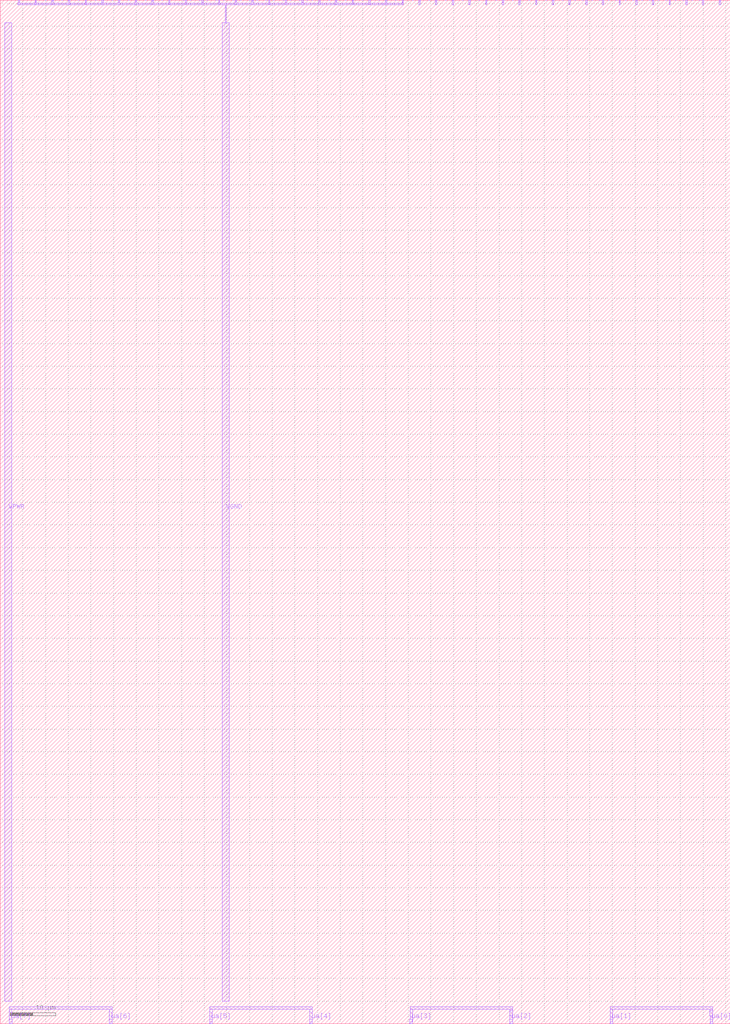
<source format=lef>
VERSION 5.7 ;
  NOWIREEXTENSIONATPIN ON ;
  DIVIDERCHAR "/" ;
  BUSBITCHARS "[]" ;
MACRO tt_um_analog_loopback
  CLASS BLOCK ;
  FOREIGN tt_um_analog_loopback ;
  ORIGIN 0.000 0.000 ;
  SIZE 161.000 BY 225.760 ;
  PIN clk
    DIRECTION INPUT ;
    USE SIGNAL ;
    PORT
      LAYER met4 ;
        RECT 154.870 224.760 155.170 225.760 ;
    END
  END clk
  PIN ena
    DIRECTION INPUT ;
    USE SIGNAL ;
    PORT
      LAYER met4 ;
        RECT 158.550 224.760 158.850 225.760 ;
    END
  END ena
  PIN rst_n
    DIRECTION INPUT ;
    USE SIGNAL ;
    PORT
      LAYER met4 ;
        RECT 151.190 224.760 151.490 225.760 ;
    END
  END rst_n
  PIN ua[0]
    DIRECTION INOUT ;
    USE SIGNAL ;
    PORT
      LAYER met4 ;
        RECT 156.560 0.000 157.160 1.000 ;
    END
  END ua[0]
  PIN ua[1]
    DIRECTION INOUT ;
    USE SIGNAL ;
    PORT
      LAYER met4 ;
        RECT 134.480 0.000 135.080 1.000 ;
    END
  END ua[1]
  PIN ua[2]
    DIRECTION INOUT ;
    USE SIGNAL ;
    PORT
      LAYER met4 ;
        RECT 112.400 0.000 113.000 1.000 ;
    END
  END ua[2]
  PIN ua[3]
    DIRECTION INOUT ;
    USE SIGNAL ;
    PORT
      LAYER met4 ;
        RECT 90.320 0.000 90.920 1.000 ;
    END
  END ua[3]
  PIN ua[4]
    DIRECTION INOUT ;
    USE SIGNAL ;
    PORT
      LAYER met4 ;
        RECT 68.240 0.000 68.840 1.000 ;
    END
  END ua[4]
  PIN ua[5]
    DIRECTION INOUT ;
    USE SIGNAL ;
    PORT
      LAYER met4 ;
        RECT 46.160 0.000 46.760 1.000 ;
    END
  END ua[5]
  PIN ua[6]
    DIRECTION INOUT ;
    USE SIGNAL ;
    PORT
      LAYER met4 ;
        RECT 24.080 0.000 24.680 1.000 ;
    END
  END ua[6]
  PIN ua[7]
    DIRECTION INOUT ;
    USE SIGNAL ;
    PORT
      LAYER met4 ;
        RECT 2.000 0.000 2.600 1.000 ;
    END
  END ua[7]
  PIN ui_in[0]
    DIRECTION INPUT ;
    USE SIGNAL ;
    PORT
      LAYER met4 ;
        RECT 147.510 224.760 147.810 225.760 ;
    END
  END ui_in[0]
  PIN ui_in[1]
    DIRECTION INPUT ;
    USE SIGNAL ;
    PORT
      LAYER met4 ;
        RECT 143.830 224.760 144.130 225.760 ;
    END
  END ui_in[1]
  PIN ui_in[2]
    DIRECTION INPUT ;
    USE SIGNAL ;
    PORT
      LAYER met4 ;
        RECT 140.150 224.760 140.450 225.760 ;
    END
  END ui_in[2]
  PIN ui_in[3]
    DIRECTION INPUT ;
    USE SIGNAL ;
    PORT
      LAYER met4 ;
        RECT 136.470 224.760 136.770 225.760 ;
    END
  END ui_in[3]
  PIN ui_in[4]
    DIRECTION INPUT ;
    USE SIGNAL ;
    PORT
      LAYER met4 ;
        RECT 132.790 224.760 133.090 225.760 ;
    END
  END ui_in[4]
  PIN ui_in[5]
    DIRECTION INPUT ;
    USE SIGNAL ;
    PORT
      LAYER met4 ;
        RECT 129.110 224.760 129.410 225.760 ;
    END
  END ui_in[5]
  PIN ui_in[6]
    DIRECTION INPUT ;
    USE SIGNAL ;
    PORT
      LAYER met4 ;
        RECT 125.430 224.760 125.730 225.760 ;
    END
  END ui_in[6]
  PIN ui_in[7]
    DIRECTION INPUT ;
    USE SIGNAL ;
    PORT
      LAYER met4 ;
        RECT 121.750 224.760 122.050 225.760 ;
    END
  END ui_in[7]
  PIN uio_in[0]
    DIRECTION INPUT ;
    USE SIGNAL ;
    PORT
      LAYER met4 ;
        RECT 118.070 224.760 118.370 225.760 ;
    END
  END uio_in[0]
  PIN uio_in[1]
    DIRECTION INPUT ;
    USE SIGNAL ;
    PORT
      LAYER met4 ;
        RECT 114.390 224.760 114.690 225.760 ;
    END
  END uio_in[1]
  PIN uio_in[2]
    DIRECTION INPUT ;
    USE SIGNAL ;
    PORT
      LAYER met4 ;
        RECT 110.710 224.760 111.010 225.760 ;
    END
  END uio_in[2]
  PIN uio_in[3]
    DIRECTION INPUT ;
    USE SIGNAL ;
    PORT
      LAYER met4 ;
        RECT 107.030 224.760 107.330 225.760 ;
    END
  END uio_in[3]
  PIN uio_in[4]
    DIRECTION INPUT ;
    USE SIGNAL ;
    PORT
      LAYER met4 ;
        RECT 103.350 224.760 103.650 225.760 ;
    END
  END uio_in[4]
  PIN uio_in[5]
    DIRECTION INPUT ;
    USE SIGNAL ;
    PORT
      LAYER met4 ;
        RECT 99.670 224.760 99.970 225.760 ;
    END
  END uio_in[5]
  PIN uio_in[6]
    DIRECTION INPUT ;
    USE SIGNAL ;
    PORT
      LAYER met4 ;
        RECT 95.990 224.760 96.290 225.760 ;
    END
  END uio_in[6]
  PIN uio_in[7]
    DIRECTION INPUT ;
    USE SIGNAL ;
    PORT
      LAYER met4 ;
        RECT 92.310 224.760 92.610 225.760 ;
    END
  END uio_in[7]
  PIN uio_oe[0]
    DIRECTION OUTPUT ;
    USE SIGNAL ;
    PORT
      LAYER met4 ;
        RECT 29.750 224.760 30.050 225.760 ;
    END
  END uio_oe[0]
  PIN uio_oe[1]
    DIRECTION OUTPUT ;
    USE SIGNAL ;
    PORT
      LAYER met4 ;
        RECT 26.070 224.760 26.370 225.760 ;
    END
  END uio_oe[1]
  PIN uio_oe[2]
    DIRECTION OUTPUT ;
    USE SIGNAL ;
    PORT
      LAYER met4 ;
        RECT 22.390 224.760 22.690 225.760 ;
    END
  END uio_oe[2]
  PIN uio_oe[3]
    DIRECTION OUTPUT ;
    USE SIGNAL ;
    PORT
      LAYER met4 ;
        RECT 18.710 224.760 19.010 225.760 ;
    END
  END uio_oe[3]
  PIN uio_oe[4]
    DIRECTION OUTPUT ;
    USE SIGNAL ;
    PORT
      LAYER met4 ;
        RECT 15.030 224.760 15.330 225.760 ;
    END
  END uio_oe[4]
  PIN uio_oe[5]
    DIRECTION OUTPUT ;
    USE SIGNAL ;
    PORT
      LAYER met4 ;
        RECT 11.350 224.760 11.650 225.760 ;
    END
  END uio_oe[5]
  PIN uio_oe[6]
    DIRECTION OUTPUT ;
    USE SIGNAL ;
    PORT
      LAYER met4 ;
        RECT 7.670 224.760 7.970 225.760 ;
    END
  END uio_oe[6]
  PIN uio_oe[7]
    DIRECTION OUTPUT ;
    USE SIGNAL ;
    PORT
      LAYER met4 ;
        RECT 3.990 224.760 4.290 225.760 ;
    END
  END uio_oe[7]
  PIN uio_out[0]
    DIRECTION OUTPUT ;
    USE SIGNAL ;
    PORT
      LAYER met4 ;
        RECT 59.190 224.760 59.490 225.760 ;
    END
  END uio_out[0]
  PIN uio_out[1]
    DIRECTION OUTPUT ;
    USE SIGNAL ;
    PORT
      LAYER met4 ;
        RECT 55.510 224.760 55.810 225.760 ;
    END
  END uio_out[1]
  PIN uio_out[2]
    DIRECTION OUTPUT ;
    USE SIGNAL ;
    PORT
      LAYER met4 ;
        RECT 51.830 224.760 52.130 225.760 ;
    END
  END uio_out[2]
  PIN uio_out[3]
    DIRECTION OUTPUT ;
    USE SIGNAL ;
    PORT
      LAYER met4 ;
        RECT 48.150 224.760 48.450 225.760 ;
    END
  END uio_out[3]
  PIN uio_out[4]
    DIRECTION OUTPUT ;
    USE SIGNAL ;
    PORT
      LAYER met4 ;
        RECT 44.470 224.760 44.770 225.760 ;
    END
  END uio_out[4]
  PIN uio_out[5]
    DIRECTION OUTPUT ;
    USE SIGNAL ;
    PORT
      LAYER met4 ;
        RECT 40.790 224.760 41.090 225.760 ;
    END
  END uio_out[5]
  PIN uio_out[6]
    DIRECTION OUTPUT ;
    USE SIGNAL ;
    PORT
      LAYER met4 ;
        RECT 37.110 224.760 37.410 225.760 ;
    END
  END uio_out[6]
  PIN uio_out[7]
    DIRECTION OUTPUT ;
    USE SIGNAL ;
    PORT
      LAYER met4 ;
        RECT 33.430 224.760 33.730 225.760 ;
    END
  END uio_out[7]
  PIN uo_out[0]
    DIRECTION OUTPUT ;
    USE SIGNAL ;
    PORT
      LAYER met4 ;
        RECT 88.630 224.760 88.930 225.760 ;
    END
  END uo_out[0]
  PIN uo_out[1]
    DIRECTION OUTPUT ;
    USE SIGNAL ;
    PORT
      LAYER met4 ;
        RECT 84.950 224.760 85.250 225.760 ;
    END
  END uo_out[1]
  PIN uo_out[2]
    DIRECTION OUTPUT ;
    USE SIGNAL ;
    PORT
      LAYER met4 ;
        RECT 81.270 224.760 81.570 225.760 ;
    END
  END uo_out[2]
  PIN uo_out[3]
    DIRECTION OUTPUT ;
    USE SIGNAL ;
    PORT
      LAYER met4 ;
        RECT 77.590 224.760 77.890 225.760 ;
    END
  END uo_out[3]
  PIN uo_out[4]
    DIRECTION OUTPUT ;
    USE SIGNAL ;
    PORT
      LAYER met4 ;
        RECT 73.910 224.760 74.210 225.760 ;
    END
  END uo_out[4]
  PIN uo_out[5]
    DIRECTION OUTPUT ;
    USE SIGNAL ;
    PORT
      LAYER met4 ;
        RECT 70.230 224.760 70.530 225.760 ;
    END
  END uo_out[5]
  PIN uo_out[6]
    DIRECTION OUTPUT ;
    USE SIGNAL ;
    PORT
      LAYER met4 ;
        RECT 66.550 224.760 66.850 225.760 ;
    END
  END uo_out[6]
  PIN uo_out[7]
    DIRECTION OUTPUT ;
    USE SIGNAL ;
    PORT
      LAYER met4 ;
        RECT 62.870 224.760 63.170 225.760 ;
    END
  END uo_out[7]
  PIN VPWR
    DIRECTION INOUT ;
    USE POWER ;
    PORT
      LAYER met4 ;
        RECT 1.000 5.000 2.500 220.760 ;
    END
  END VPWR
  PIN VGND
    DIRECTION INOUT ;
    USE GROUND ;
    PORT
      LAYER met4 ;
        RECT 49.000 5.000 50.500 220.760 ;
    END
  END VGND
  OBS
      LAYER met4 ;
        RECT 3.870 224.760 3.990 225.060 ;
        RECT 4.290 224.760 7.670 225.060 ;
        RECT 7.970 224.760 11.350 225.060 ;
        RECT 11.650 224.760 15.030 225.060 ;
        RECT 15.330 224.760 18.710 225.060 ;
        RECT 19.010 224.760 22.390 225.060 ;
        RECT 22.690 224.760 26.070 225.060 ;
        RECT 26.370 224.760 29.750 225.060 ;
        RECT 30.050 224.760 33.430 225.060 ;
        RECT 33.730 224.760 37.110 225.060 ;
        RECT 37.410 224.760 40.790 225.060 ;
        RECT 41.090 224.760 44.470 225.060 ;
        RECT 44.770 224.760 48.150 225.060 ;
        RECT 48.450 224.760 51.830 225.060 ;
        RECT 52.130 224.760 55.510 225.060 ;
        RECT 55.810 224.760 59.190 225.060 ;
        RECT 59.490 224.760 62.870 225.060 ;
        RECT 63.170 224.760 66.550 225.060 ;
        RECT 66.850 224.760 70.230 225.060 ;
        RECT 70.530 224.760 73.910 225.060 ;
        RECT 74.210 224.760 77.590 225.060 ;
        RECT 77.890 224.760 81.270 225.060 ;
        RECT 81.570 224.760 84.950 225.060 ;
        RECT 85.250 224.760 88.630 225.060 ;
        RECT 49.570 220.760 49.870 224.760 ;
        RECT 1.980 3.160 24.680 3.760 ;
        RECT 1.980 1.000 2.580 3.160 ;
        RECT 24.080 1.000 24.680 3.160 ;
        RECT 46.195 3.185 68.840 3.785 ;
        RECT 46.195 1.000 46.795 3.185 ;
        RECT 68.240 1.000 68.840 3.185 ;
        RECT 90.370 3.180 112.995 3.780 ;
        RECT 90.370 1.000 90.970 3.180 ;
        RECT 112.395 2.835 112.995 3.180 ;
        RECT 134.510 3.180 157.115 3.780 ;
        RECT 112.395 1.875 113.000 2.835 ;
        RECT 112.400 1.000 113.000 1.875 ;
        RECT 134.510 1.000 135.110 3.180 ;
        RECT 156.515 2.835 157.115 3.180 ;
        RECT 156.515 1.795 157.160 2.835 ;
        RECT 156.560 1.000 157.160 1.795 ;
        RECT 1.980 0.390 2.000 1.000 ;
        RECT 46.760 0.390 46.795 1.000 ;
        RECT 90.920 0.470 90.970 1.000 ;
        RECT 135.080 0.580 135.110 1.000 ;
  END
END tt_um_analog_loopback
END LIBRARY


</source>
